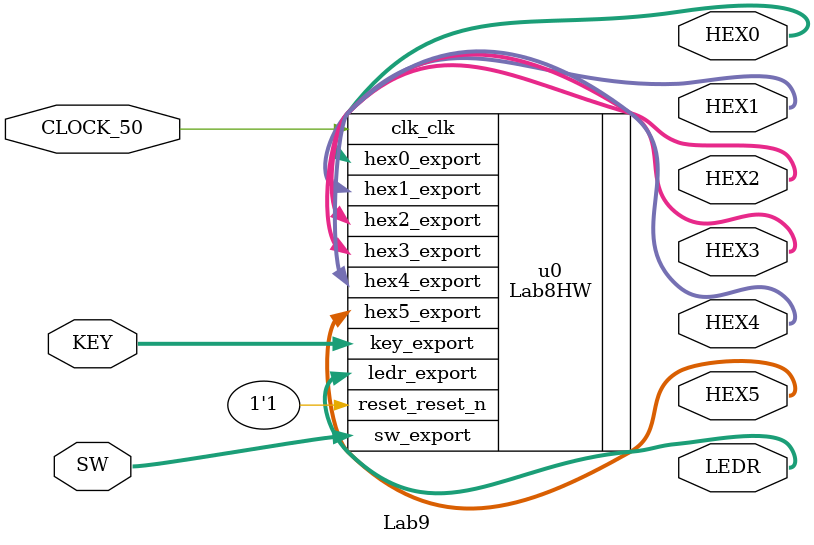
<source format=v>
module Lab9(input CLOCK_50, input [9:0]SW, output[9:0]LEDR, input [3:0] KEY, output [6:0] HEX0,output [6:0] HEX1,output [6:0] HEX2,output [6:0] HEX3,output [6:0] HEX4,output [6:0] HEX5);


	Lab8HW u0 (
		.clk_clk       (CLOCK_50),       //   clk.clk
		.key_export    (KEY),    //   key.export
		.ledr_export   (LEDR),   //  ledr.export
		.reset_reset_n (1'b1), // reset.reset_n
		.sw_export     (SW),      //    sw.export
		.hex0_export   (HEX0),   //  hex0.export
		.hex1_export   (HEX1),   //  hex1.export
		.hex2_export   (HEX2),   //  hex2.export
		.hex3_export   (HEX3),   //  hex3.export
		.hex4_export   (HEX4),   //  hex4.export
		.hex5_export   (HEX5)    //  hex5.export
	);

endmodule
	
</source>
